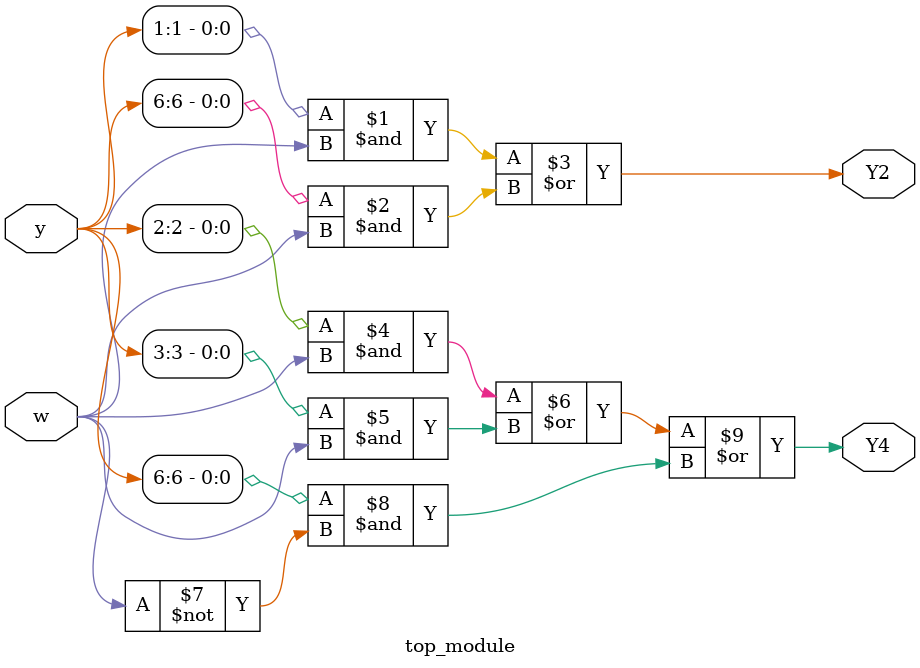
<source format=sv>
module top_module (
	input [6:1] y,
	input w,
	output Y2,
	output Y4
);

	// Next-state logic for Y2: y[2] corresponds to state B
	assign Y2 = (y[1] & w) | (y[6] & w);

	// Next-state logic for Y4: y[4] corresponds to state D
	assign Y4 = (y[2] & w) | (y[3] & w) | (y[6] & ~w);

endmodule

</source>
